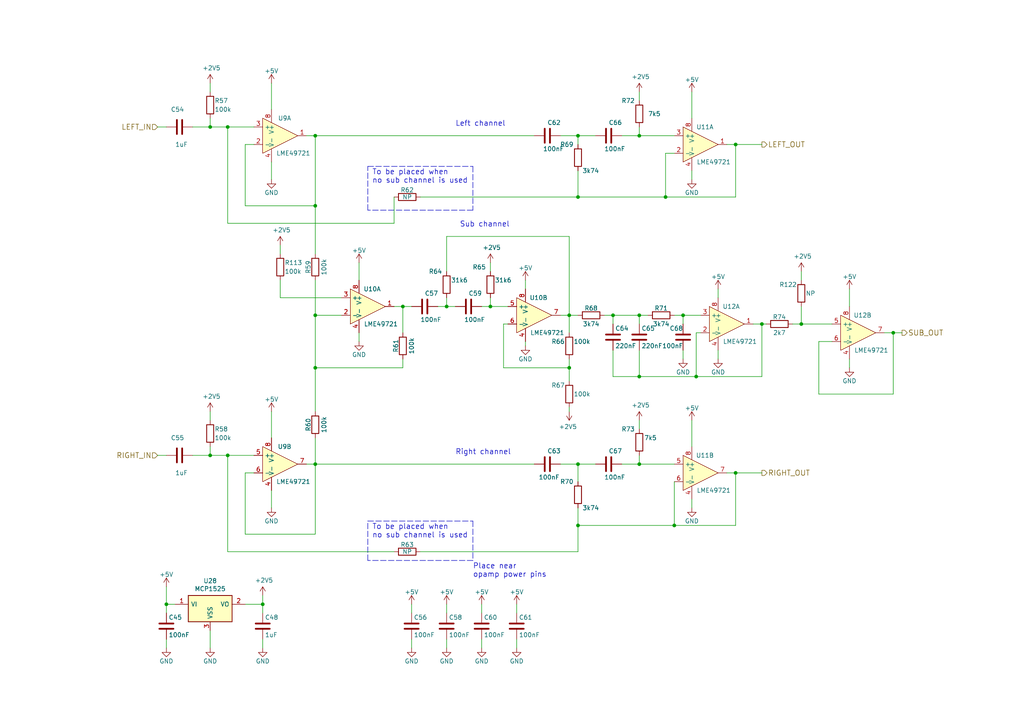
<source format=kicad_sch>
(kicad_sch (version 20211123) (generator eeschema)
  (paper "A4")
  (title_block (title "Crossover") (date "2016-05-21"))
  (lib_symbols
    (symbol "Device:C" (pin_numbers hide) (pin_names (offset 0.254))
      (property "Reference" "C" (at 0.635 2.54 0))
      (property "Value" "C" (at 0.635 -2.54 0))
      (symbol "C_0_1"
        (polyline (pts (xy -2.032 -0.762) (xy 2.032 -0.762)) (stroke (width 0.508)))
        (polyline (pts (xy -2.032 0.762) (xy 2.032 0.762)) (stroke (width 0.508)))
      )
      (symbol "C_1_1"
        (pin passive line (at 0 3.81 270) (length 2.794) (name "~") (number "1"))
        (pin passive line (at 0 -3.81 90) (length 2.794) (name "~") (number "2"))
      )
    )
    (symbol "Device:R" (pin_numbers hide) (pin_names (offset 0))
      (property "Reference" "R" (at 2.032 0 90))
      (property "Value" "R" (at 0 0 90))
      (symbol "R_0_1"
        (rectangle (start -1.016 -2.54) (end 1.016 2.54) (stroke (width 0.254)))
      )
      (symbol "R_1_1"
        (pin passive line (at 0 3.81 270) (length 1.27) (name "~") (number "1"))
        (pin passive line (at 0 -3.81 90) (length 1.27) (name "~") (number "2"))
      )
    )
    (symbol "Mainboard-rescue:+2V5-power" (power) (pin_names (offset 0))
      (property "Value" "+2V5-power" (at 0 3.556 0))
      (symbol "+2V5-power_0_1"
        (polyline (pts (xy -0.762 1.27) (xy 0 2.54)))
        (polyline (pts (xy 0 0) (xy 0 2.54)))
        (polyline (pts (xy 0 2.54) (xy 0.762 1.27)))
      )
      (symbol "+2V5-power_1_1"
        (pin power_in line (at 0 0 90) (length 0) hide (name "+2V5") (number "1"))
      )
    )
    (symbol "Mainboard-rescue:+5V-power" (power) (pin_names (offset 0))
      (property "Value" "+5V-power" (at 0 3.556 0))
      (symbol "+5V-power_0_1"
        (polyline (pts (xy -0.762 1.27) (xy 0 2.54)))
        (polyline (pts (xy 0 0) (xy 0 2.54)))
        (polyline (pts (xy 0 2.54) (xy 0.762 1.27)))
      )
      (symbol "+5V-power_1_1"
        (pin power_in line (at 0 0 90) (length 0) hide (name "+5V") (number "1"))
      )
    )
    (symbol "Mainboard-rescue:GND-power" (power) (pin_names (offset 0))
      (property "Value" "GND-power" (at 0 -3.81 0))
      (symbol "GND-power_0_1"
        (polyline (pts (xy 0 0) (xy 0 -1.27) (xy 1.27 -1.27) (xy 0 -2.54) (xy -1.27 -1.27) (xy 0 -1.27)))
      )
      (symbol "GND-power_1_1"
        (pin power_in line (at 0 0 270) (length 0) hide (name "GND") (number "1"))
      )
    )
    (symbol "Mainboard:LME49721"
      (property "Reference" "U" (at 1.27 5.08 0))
      (property "Value" "LME49721" (at 3.81 -5.08 0))
      (symbol "LME49721_0_1"
        (polyline (pts (xy -5.08 5.08) (xy 5.08 0) (xy -5.08 -5.08) (xy -5.08 5.08)) (stroke (width 0.1524)) (fill (type background)))
        (pin power_in line (at -2.54 -7.62 90) (length 3.81) (name "V-") (number "4"))
        (pin power_in line (at -2.54 7.62 270) (length 3.81) (name "V+") (number "8"))
      )
      (symbol "LME49721_1_1"
        (pin output line (at 7.62 0 180) (length 2.54) (name "~") (number "1"))
        (pin input line (at -7.62 -2.54 0) (length 2.54) (name "-") (number "2"))
        (pin input line (at -7.62 2.54 0) (length 2.54) (name "+") (number "3"))
      )
      (symbol "LME49721_2_1"
        (pin input line (at -7.62 2.54 0) (length 2.54) (name "+") (number "5"))
        (pin input line (at -7.62 -2.54 0) (length 2.54) (name "-") (number "6"))
        (pin output line (at 7.62 0 180) (length 2.54) (name "~") (number "7"))
      )
    )
    (symbol "Mainboard:MCP1525" (pin_names (offset 0.762))
      (property "Reference" "U" (at 0 6.35 0))
      (property "Value" "MCP1525" (at 0 5.08 0))
      (symbol "MCP1525_0_1"
        (rectangle (start -6.35 -3.81) (end 6.35 3.81) (stroke (width 0.254)) (fill (type background)))
      )
      (symbol "MCP1525_1_1"
        (pin power_in line (at -10.16 1.27 0) (length 3.81) (name "VI") (number "1"))
        (pin power_out line (at 10.16 1.27 180) (length 3.81) (name "VO") (number "2"))
        (pin power_in line (at 0 -6.35 90) (length 2.54) (name "VSS") (number "3"))
      )
    )
  )
  (junction (at 185.42 91.44))
  (junction (at 76.2 175.26))
  (junction (at 198.12 91.44))
  (junction (at 185.42 39.37))
  (junction (at 91.44 59.69))
  (junction (at 48.26 175.26))
  (junction (at 91.44 91.44))
  (junction (at 193.04 57.15))
  (junction (at 116.84 88.9))
  (junction (at 165.1 106.68))
  (junction (at 213.36 41.91))
  (junction (at 259.08 96.52))
  (junction (at 220.98 93.98))
  (junction (at 167.64 39.37))
  (junction (at 165.1 91.44))
  (junction (at 91.44 106.68))
  (junction (at 167.64 134.62))
  (junction (at 201.93 109.22))
  (junction (at 66.04 36.83))
  (junction (at 167.64 57.15))
  (junction (at 185.42 134.62))
  (junction (at 66.04 132.08))
  (junction (at 129.54 88.9))
  (junction (at 195.58 152.4))
  (junction (at 213.36 137.16))
  (junction (at 185.42 109.22))
  (junction (at 177.8 91.44))
  (junction (at 91.44 134.62))
  (junction (at 232.41 93.98))
  (junction (at 142.24 88.9))
  (junction (at 91.44 39.37))
  (junction (at 60.96 36.83))
  (junction (at 60.96 132.08))
  (junction (at 167.64 152.4))
  (wire (pts (xy 48.26 175.26) (xy 48.26 177.8)))
  (wire (pts (xy 76.2 185.42) (xy 76.2 187.96)))
  (wire (pts (xy 91.44 59.69) (xy 91.44 73.66)))
  (polyline (pts (xy 106.68 162.56) (xy 106.68 151.13)))
  (wire (pts (xy 60.96 132.08) (xy 66.04 132.08)))
  (wire (pts (xy 201.93 109.22) (xy 201.93 96.52)))
  (wire (pts (xy 167.64 57.15) (xy 167.64 49.53)))
  (wire (pts (xy 76.2 172.72) (xy 76.2 175.26)))
  (wire (pts (xy 71.12 137.16) (xy 73.66 137.16)))
  (wire (pts (xy 167.64 152.4) (xy 167.64 160.02)))
  (wire (pts (xy 146.05 106.68) (xy 146.05 93.98)))
  (wire (pts (xy 78.74 24.13) (xy 78.74 31.75)))
  (wire (pts (xy 60.96 129.54) (xy 60.96 132.08)))
  (wire (pts (xy 142.24 76.2) (xy 142.24 78.74)))
  (wire (pts (xy 201.93 96.52) (xy 203.2 96.52)))
  (wire (pts (xy 139.7 175.26) (xy 139.7 177.8)))
  (wire (pts (xy 71.12 59.69) (xy 71.12 41.91)))
  (wire (pts (xy 198.12 101.6) (xy 198.12 104.14)))
  (wire (pts (xy 142.24 88.9) (xy 147.32 88.9)))
  (wire (pts (xy 78.74 142.24) (xy 78.74 147.32)))
  (wire (pts (xy 149.86 175.26) (xy 149.86 177.8)))
  (wire (pts (xy 66.04 132.08) (xy 66.04 160.02)))
  (wire (pts (xy 185.42 91.44) (xy 185.42 93.98)))
  (wire (pts (xy 48.26 170.18) (xy 48.26 175.26)))
  (wire (pts (xy 104.14 96.52) (xy 104.14 99.06)))
  (wire (pts (xy 71.12 41.91) (xy 73.66 41.91)))
  (wire (pts (xy 129.54 88.9) (xy 132.08 88.9)))
  (wire (pts (xy 60.96 119.38) (xy 60.96 121.92)))
  (wire (pts (xy 180.34 39.37) (xy 185.42 39.37)))
  (wire (pts (xy 139.7 185.42) (xy 139.7 187.96)))
  (wire (pts (xy 81.28 81.28) (xy 81.28 86.36)))
  (wire (pts (xy 91.44 91.44) (xy 91.44 106.68)))
  (wire (pts (xy 185.42 134.62) (xy 195.58 134.62)))
  (wire (pts (xy 177.8 91.44) (xy 185.42 91.44)))
  (polyline (pts (xy 106.68 48.26) (xy 137.16 48.26)))
  (wire (pts (xy 146.05 106.68) (xy 165.1 106.68)))
  (wire (pts (xy 129.54 86.36) (xy 129.54 88.9)))
  (wire (pts (xy 232.41 88.9) (xy 232.41 93.98)))
  (wire (pts (xy 66.04 36.83) (xy 66.04 64.77)))
  (wire (pts (xy 66.04 160.02) (xy 114.3 160.02)))
  (wire (pts (xy 162.56 91.44) (xy 165.1 91.44)))
  (wire (pts (xy 91.44 39.37) (xy 91.44 59.69)))
  (wire (pts (xy 60.96 36.83) (xy 66.04 36.83)))
  (wire (pts (xy 177.8 109.22) (xy 185.42 109.22)))
  (wire (pts (xy 48.26 175.26) (xy 50.8 175.26)))
  (wire (pts (xy 229.87 93.98) (xy 232.41 93.98)))
  (wire (pts (xy 162.56 134.62) (xy 167.64 134.62)))
  (wire (pts (xy 167.64 160.02) (xy 121.92 160.02)))
  (wire (pts (xy 208.28 83.82) (xy 208.28 86.36)))
  (wire (pts (xy 259.08 114.3) (xy 237.49 114.3)))
  (wire (pts (xy 152.4 81.28) (xy 152.4 83.82)))
  (wire (pts (xy 152.4 99.06) (xy 152.4 100.33)))
  (wire (pts (xy 81.28 86.36) (xy 99.06 86.36)))
  (wire (pts (xy 91.44 59.69) (xy 71.12 59.69)))
  (wire (pts (xy 185.42 91.44) (xy 187.96 91.44)))
  (wire (pts (xy 193.04 57.15) (xy 193.04 44.45)))
  (wire (pts (xy 91.44 81.28) (xy 91.44 91.44)))
  (wire (pts (xy 259.08 96.52) (xy 259.08 114.3)))
  (wire (pts (xy 167.64 41.91) (xy 167.64 39.37)))
  (wire (pts (xy 195.58 152.4) (xy 195.58 139.7)))
  (wire (pts (xy 185.42 36.83) (xy 185.42 39.37)))
  (polyline (pts (xy 137.16 60.96) (xy 106.68 60.96)))
  (wire (pts (xy 78.74 119.38) (xy 78.74 127)))
  (wire (pts (xy 91.44 39.37) (xy 154.94 39.37)))
  (wire (pts (xy 129.54 68.58) (xy 165.1 68.58)))
  (wire (pts (xy 200.66 49.53) (xy 200.66 52.07)))
  (wire (pts (xy 165.1 68.58) (xy 165.1 91.44)))
  (wire (pts (xy 185.42 26.67) (xy 185.42 29.21)))
  (wire (pts (xy 129.54 185.42) (xy 129.54 187.96)))
  (wire (pts (xy 177.8 93.98) (xy 177.8 91.44)))
  (wire (pts (xy 146.05 93.98) (xy 147.32 93.98)))
  (wire (pts (xy 91.44 91.44) (xy 99.06 91.44)))
  (wire (pts (xy 246.38 83.82) (xy 246.38 88.9)))
  (polyline (pts (xy 106.68 60.96) (xy 106.68 48.26)))
  (wire (pts (xy 213.36 137.16) (xy 220.98 137.16)))
  (wire (pts (xy 213.36 57.15) (xy 213.36 41.91)))
  (polyline (pts (xy 137.16 151.13) (xy 137.16 162.56)))
  (wire (pts (xy 237.49 99.06) (xy 241.3 99.06)))
  (wire (pts (xy 91.44 127) (xy 91.44 134.62)))
  (wire (pts (xy 193.04 44.45) (xy 195.58 44.45)))
  (wire (pts (xy 256.54 96.52) (xy 259.08 96.52)))
  (wire (pts (xy 200.66 26.67) (xy 200.66 34.29)))
  (wire (pts (xy 78.74 46.99) (xy 78.74 52.07)))
  (wire (pts (xy 177.8 109.22) (xy 177.8 101.6)))
  (wire (pts (xy 162.56 39.37) (xy 167.64 39.37)))
  (wire (pts (xy 213.36 41.91) (xy 220.98 41.91)))
  (wire (pts (xy 114.3 64.77) (xy 114.3 57.15)))
  (wire (pts (xy 167.64 134.62) (xy 172.72 134.62)))
  (wire (pts (xy 60.96 24.13) (xy 60.96 26.67)))
  (wire (pts (xy 60.96 34.29) (xy 60.96 36.83)))
  (wire (pts (xy 91.44 134.62) (xy 91.44 154.94)))
  (wire (pts (xy 60.96 182.88) (xy 60.96 187.96)))
  (wire (pts (xy 220.98 93.98) (xy 222.25 93.98)))
  (wire (pts (xy 220.98 109.22) (xy 220.98 93.98)))
  (polyline (pts (xy 137.16 48.26) (xy 137.16 60.96)))
  (wire (pts (xy 119.38 185.42) (xy 119.38 187.96)))
  (wire (pts (xy 167.64 39.37) (xy 172.72 39.37)))
  (wire (pts (xy 91.44 154.94) (xy 71.12 154.94)))
  (polyline (pts (xy 106.68 151.13) (xy 137.16 151.13)))
  (wire (pts (xy 232.41 78.74) (xy 232.41 81.28)))
  (wire (pts (xy 201.93 109.22) (xy 220.98 109.22)))
  (wire (pts (xy 165.1 106.68) (xy 165.1 110.49)))
  (wire (pts (xy 195.58 152.4) (xy 213.36 152.4)))
  (wire (pts (xy 210.82 137.16) (xy 213.36 137.16)))
  (wire (pts (xy 198.12 91.44) (xy 198.12 93.98)))
  (wire (pts (xy 129.54 175.26) (xy 129.54 177.8)))
  (wire (pts (xy 210.82 41.91) (xy 213.36 41.91)))
  (wire (pts (xy 149.86 185.42) (xy 149.86 187.96)))
  (wire (pts (xy 45.72 36.83) (xy 48.26 36.83)))
  (wire (pts (xy 167.64 139.7) (xy 167.64 134.62)))
  (wire (pts (xy 116.84 106.68) (xy 116.84 104.14)))
  (wire (pts (xy 116.84 88.9) (xy 119.38 88.9)))
  (wire (pts (xy 165.1 91.44) (xy 165.1 96.52)))
  (wire (pts (xy 142.24 86.36) (xy 142.24 88.9)))
  (wire (pts (xy 116.84 88.9) (xy 116.84 96.52)))
  (wire (pts (xy 129.54 78.74) (xy 129.54 68.58)))
  (wire (pts (xy 76.2 175.26) (xy 76.2 177.8)))
  (polyline (pts (xy 137.16 162.56) (xy 106.68 162.56)))
  (wire (pts (xy 195.58 91.44) (xy 198.12 91.44)))
  (wire (pts (xy 185.42 109.22) (xy 185.42 101.6)))
  (wire (pts (xy 114.3 88.9) (xy 116.84 88.9)))
  (wire (pts (xy 76.2 175.26) (xy 71.12 175.26)))
  (wire (pts (xy 180.34 134.62) (xy 185.42 134.62)))
  (wire (pts (xy 121.92 57.15) (xy 167.64 57.15)))
  (wire (pts (xy 208.28 101.6) (xy 208.28 104.14)))
  (wire (pts (xy 185.42 109.22) (xy 201.93 109.22)))
  (wire (pts (xy 139.7 88.9) (xy 142.24 88.9)))
  (wire (pts (xy 81.28 71.12) (xy 81.28 73.66)))
  (wire (pts (xy 104.14 76.2) (xy 104.14 81.28)))
  (wire (pts (xy 167.64 152.4) (xy 195.58 152.4)))
  (wire (pts (xy 66.04 36.83) (xy 73.66 36.83)))
  (wire (pts (xy 185.42 132.08) (xy 185.42 134.62)))
  (wire (pts (xy 55.88 132.08) (xy 60.96 132.08)))
  (wire (pts (xy 66.04 64.77) (xy 114.3 64.77)))
  (wire (pts (xy 71.12 154.94) (xy 71.12 137.16)))
  (wire (pts (xy 48.26 185.42) (xy 48.26 187.96)))
  (wire (pts (xy 259.08 96.52) (xy 261.62 96.52)))
  (wire (pts (xy 88.9 39.37) (xy 91.44 39.37)))
  (wire (pts (xy 193.04 57.15) (xy 213.36 57.15)))
  (wire (pts (xy 237.49 114.3) (xy 237.49 99.06)))
  (wire (pts (xy 165.1 91.44) (xy 167.64 91.44)))
  (wire (pts (xy 185.42 39.37) (xy 195.58 39.37)))
  (wire (pts (xy 45.72 132.08) (xy 48.26 132.08)))
  (wire (pts (xy 88.9 134.62) (xy 91.44 134.62)))
  (wire (pts (xy 91.44 134.62) (xy 154.94 134.62)))
  (wire (pts (xy 91.44 106.68) (xy 116.84 106.68)))
  (wire (pts (xy 175.26 91.44) (xy 177.8 91.44)))
  (wire (pts (xy 165.1 104.14) (xy 165.1 106.68)))
  (wire (pts (xy 165.1 118.11) (xy 165.1 119.38)))
  (wire (pts (xy 127 88.9) (xy 129.54 88.9)))
  (wire (pts (xy 91.44 106.68) (xy 91.44 119.38)))
  (wire (pts (xy 213.36 152.4) (xy 213.36 137.16)))
  (wire (pts (xy 200.66 121.92) (xy 200.66 129.54)))
  (wire (pts (xy 55.88 36.83) (xy 60.96 36.83)))
  (wire (pts (xy 185.42 121.92) (xy 185.42 124.46)))
  (wire (pts (xy 200.66 144.78) (xy 200.66 147.32)))
  (wire (pts (xy 232.41 93.98) (xy 241.3 93.98)))
  (wire (pts (xy 246.38 104.14) (xy 246.38 106.68)))
  (wire (pts (xy 167.64 147.32) (xy 167.64 152.4)))
  (wire (pts (xy 198.12 91.44) (xy 203.2 91.44)))
  (wire (pts (xy 167.64 57.15) (xy 193.04 57.15)))
  (wire (pts (xy 218.44 93.98) (xy 220.98 93.98)))
  (wire (pts (xy 119.38 175.26) (xy 119.38 177.8)))
  (wire (pts (xy 66.04 132.08) (xy 73.66 132.08)))
  (text "Place near\nopamp power pins" (at 137.16 167.64 0) (effects (font (size 1.524 1.524)) (justify left bottom)))
  (text "To be placed when\nno sub channel is used" (at 107.95 53.34 0) (effects (font (size 1.524 1.524)) (justify left bottom)))
  (text "To be placed when\nno sub channel is used" (at 107.95 156.21 0) (effects (font (size 1.524 1.524)) (justify left bottom)))
  (text "Sub channel" (at 133.35 66.04 0) (effects (font (size 1.524 1.524)) (justify left bottom)))
  (text "Right channel" (at 132.08 132.08 0) (effects (font (size 1.524 1.524)) (justify left bottom)))
  (text "Left channel" (at 132.08 36.83 0) (effects (font (size 1.524 1.524)) (justify left bottom)))
  (hierarchical_label "RIGHT_IN" (shape input) (at 45.72 132.08 180) (effects (font (size 1.524 1.524))))
  (hierarchical_label "RIGHT_OUT" (shape output) (at 220.98 137.16 0) (effects (font (size 1.524 1.524))))
  (hierarchical_label "LEFT_OUT" (shape output) (at 220.98 41.91 0) (effects (font (size 1.524 1.524))))
  (hierarchical_label "SUB_OUT" (shape output) (at 261.62 96.52 0) (effects (font (size 1.524 1.524))))
  (hierarchical_label "LEFT_IN" (shape input) (at 45.72 36.83 180) (effects (font (size 1.524 1.524))))
  (symbol (lib_id "Mainboard:LME49721") (at 210.82 93.98 0) (unit 1)
    (property "Reference" "U12" (at 212.09 88.9 0))
    (property "Value" "LME49721" (at 214.63 99.06 0))
    (property "Footprint" "Housings_SOIC:SOIC-8_3.9x4.9mm_Pitch1.27mm" (effects hide))
    (property "Manufacturer" "Texas Instruments" (effects hide))
    (property "Type" "LME49721MA/NOPB" (effects hide))
    (property "Source" "Farnell" (effects hide))
    (property "Order Number" "2496252" (effects hide))
  )
  (symbol (lib_id "Mainboard:LME49721") (at 154.94 91.44 0) (unit 2)
    (property "Reference" "U10" (at 156.21 86.36 0))
    (property "Value" "LME49721" (at 158.75 96.52 0))
    (property "Footprint" "Housings_SOIC:SOIC-8_3.9x4.9mm_Pitch1.27mm" (effects hide))
    (property "Manufacturer" "Texas Instruments" (effects hide))
    (property "Type" "LME49721MA/NOPB" (effects hide))
    (property "Source" "Farnell" (effects hide))
    (property "Order Number" "2496252" (effects hide))
  )
  (symbol (lib_id "Device:C") (at 177.8 97.79 0) (unit 1)
    (property "Reference" "C64" (at 178.435 95.25 0) (effects (justify left)))
    (property "Value" "220nF" (at 178.435 100.33 0) (effects (justify left)))
    (property "Footprint" "Capacitors_SMD:C_0603_HandSoldering" (effects hide))
    (property "Manufacturer" "Value" (effects hide))
    (property "Type" "Value" (effects hide))
    (property "Source" "Farnell" (effects hide))
    (property "Order Number" "Value" (effects hide))
  )
  (symbol (lib_id "Device:C") (at 185.42 97.79 0) (unit 1)
    (property "Reference" "C65" (at 186.055 95.25 0) (effects (justify left)))
    (property "Value" "220nF" (at 186.055 100.33 0) (effects (justify left)))
    (property "Footprint" "Capacitors_SMD:C_0603_HandSoldering" (effects hide))
    (property "Manufacturer" "Value" (effects hide))
    (property "Type" "Value" (effects hide))
    (property "Source" "Farnell" (effects hide))
    (property "Order Number" "Value" (effects hide))
  )
  (symbol (lib_id "Device:R") (at 171.45 91.44 90) (unit 1)
    (property "Reference" "R68" (at 171.45 89.408 90))
    (property "Value" "3k74" (at 171.45 93.98 90))
    (property "Footprint" "Resistors_SMD:R_0603_HandSoldering" (effects hide))
    (property "Manufacturer" "Value" (effects hide))
    (property "Type" "Value" (effects hide))
    (property "Source" "Farnell" (effects hide))
    (property "Order Number" "Value" (effects hide))
  )
  (symbol (lib_id "Mainboard:LME49721") (at 203.2 137.16 0) (unit 2)
    (property "Reference" "U11" (at 204.47 132.08 0))
    (property "Value" "LME49721" (at 207.01 142.24 0))
    (property "Footprint" "Housings_SOIC:SOIC-8_3.9x4.9mm_Pitch1.27mm" (effects hide))
    (property "Manufacturer" "Texas Instruments" (effects hide))
    (property "Type" "LME49721MA/NOPB" (effects hide))
    (property "Source" "Farnell" (effects hide))
    (property "Order Number" "2496252" (effects hide))
  )
  (symbol (lib_id "Mainboard:LME49721") (at 203.2 41.91 0) (unit 1)
    (property "Reference" "U11" (at 204.47 36.83 0))
    (property "Value" "LME49721" (at 207.01 46.99 0))
    (property "Footprint" "Housings_SOIC:SOIC-8_3.9x4.9mm_Pitch1.27mm" (effects hide))
    (property "Manufacturer" "Texas Instruments" (effects hide))
    (property "Type" "LME49721MA/NOPB" (effects hide))
    (property "Source" "Farnell" (effects hide))
    (property "Order Number" "2496252" (effects hide))
  )
  (symbol (lib_id "Device:C") (at 158.75 134.62 270) (unit 1)
    (property "Reference" "C63" (at 158.75 130.81 90) (effects (justify left)))
    (property "Value" "100nF" (at 156.21 138.43 90) (effects (justify left)))
    (property "Footprint" "Capacitors_SMD:C_0603_HandSoldering" (effects hide))
    (property "Manufacturer" "Value" (effects hide))
    (property "Type" "Value" (effects hide))
    (property "Source" "Farnell" (effects hide))
    (property "Order Number" "Value" (effects hide))
  )
  (symbol (lib_id "Device:C") (at 176.53 134.62 270) (unit 1)
    (property "Reference" "C67" (at 176.53 130.81 90) (effects (justify left)))
    (property "Value" "100nF" (at 175.26 138.43 90) (effects (justify left)))
    (property "Footprint" "Capacitors_SMD:C_0603_HandSoldering" (effects hide))
    (property "Manufacturer" "Value" (effects hide))
    (property "Type" "Value" (effects hide))
    (property "Source" "Farnell" (effects hide))
    (property "Order Number" "Value" (effects hide))
  )
  (symbol (lib_id "Device:R") (at 167.64 143.51 180) (unit 1)
    (property "Reference" "R70" (at 166.37 139.7 0) (effects (justify left)))
    (property "Value" "3k74" (at 168.91 147.32 0) (effects (justify right)))
    (property "Footprint" "Resistors_SMD:R_0603_HandSoldering" (effects hide))
    (property "Manufacturer" "Value" (effects hide))
    (property "Type" "Value" (effects hide))
    (property "Source" "Farnell" (effects hide))
    (property "Order Number" "Value" (effects hide))
  )
  (symbol (lib_id "Device:R") (at 185.42 128.27 180) (unit 1)
    (property "Reference" "R73" (at 184.15 124.46 0) (effects (justify left)))
    (property "Value" "7k5" (at 190.5 127 0) (effects (justify left)))
    (property "Footprint" "Resistors_SMD:R_0603_HandSoldering" (effects hide))
    (property "Manufacturer" "Value" (effects hide))
    (property "Type" "Value" (effects hide))
    (property "Source" "Farnell" (effects hide))
    (property "Order Number" "Value" (effects hide))
  )
  (symbol (lib_id "Device:C") (at 158.75 39.37 270) (unit 1)
    (property "Reference" "C62" (at 158.75 35.56 90) (effects (justify left)))
    (property "Value" "100nF" (at 157.48 43.18 90) (effects (justify left)))
    (property "Footprint" "Capacitors_SMD:C_0603_HandSoldering" (effects hide))
    (property "Manufacturer" "Value" (effects hide))
    (property "Type" "Value" (effects hide))
    (property "Source" "Farnell" (effects hide))
    (property "Order Number" "Value" (effects hide))
  )
  (symbol (lib_id "Device:C") (at 176.53 39.37 270) (unit 1)
    (property "Reference" "C66" (at 176.53 35.56 90) (effects (justify left)))
    (property "Value" "100nF" (at 175.26 43.18 90) (effects (justify left)))
    (property "Footprint" "Capacitors_SMD:C_0603_HandSoldering" (effects hide))
    (property "Manufacturer" "Value" (effects hide))
    (property "Type" "Value" (effects hide))
    (property "Source" "Farnell" (effects hide))
    (property "Order Number" "Value" (effects hide))
  )
  (symbol (lib_id "Device:R") (at 167.64 45.72 180) (unit 1)
    (property "Reference" "R69" (at 166.37 41.91 0) (effects (justify left)))
    (property "Value" "3k74" (at 168.91 49.53 0) (effects (justify right)))
    (property "Footprint" "Resistors_SMD:R_0603_HandSoldering" (effects hide))
    (property "Manufacturer" "Value" (effects hide))
    (property "Type" "Value" (effects hide))
    (property "Source" "Farnell" (effects hide))
    (property "Order Number" "Value" (effects hide))
  )
  (symbol (lib_id "Device:R") (at 185.42 33.02 180) (unit 1)
    (property "Reference" "R72" (at 184.15 29.21 0) (effects (justify left)))
    (property "Value" "7k5" (at 187.96 33.02 0) (effects (justify right)))
    (property "Footprint" "Resistors_SMD:R_0603_HandSoldering" (effects hide))
  )
  (symbol (lib_id "Device:C") (at 198.12 97.79 0) (unit 1)
    (property "Reference" "C68" (at 198.12 95.25 0) (effects (justify right)))
    (property "Value" "100nF" (at 198.12 100.33 0) (effects (justify right)))
    (property "Footprint" "Capacitors_SMD:C_0603_HandSoldering" (effects hide))
    (property "Manufacturer" "Value" (effects hide))
    (property "Type" "Value" (effects hide))
    (property "Source" "Farnell" (effects hide))
    (property "Order Number" "Value" (effects hide))
  )
  (symbol (lib_id "Device:R") (at 191.77 91.44 90) (unit 1)
    (property "Reference" "R71" (at 191.77 89.408 90))
    (property "Value" "3k74" (at 191.77 93.98 90))
    (property "Footprint" "Resistors_SMD:R_0603_HandSoldering" (effects hide))
    (property "Manufacturer" "Value" (effects hide))
    (property "Type" "Value" (effects hide))
    (property "Source" "Farnell" (effects hide))
    (property "Order Number" "Value" (effects hide))
  )
  (symbol (lib_id "Mainboard:LME49721") (at 81.28 39.37 0) (unit 1)
    (property "Reference" "U9" (at 82.55 34.29 0))
    (property "Value" "LME49721" (at 85.09 44.45 0))
    (property "Footprint" "Housings_SOIC:SOIC-8_3.9x4.9mm_Pitch1.27mm" (effects hide))
    (property "Manufacturer" "Texas Instruments" (effects hide))
    (property "Type" "LME49721MA/NOPB" (effects hide))
    (property "Source" "Farnell" (effects hide))
    (property "Order Number" "2496252" (effects hide))
  )
  (symbol (lib_id "Mainboard:LME49721") (at 81.28 134.62 0) (unit 2)
    (property "Reference" "U9" (at 82.55 129.54 0))
    (property "Value" "LME49721" (at 85.09 139.7 0))
    (property "Footprint" "Housings_SOIC:SOIC-8_3.9x4.9mm_Pitch1.27mm" (effects hide))
    (property "Manufacturer" "Texas Instruments" (effects hide))
    (property "Type" "LME49721MA/NOPB" (effects hide))
    (property "Source" "Farnell" (effects hide))
    (property "Order Number" "2496252" (effects hide))
  )
  (symbol (lib_id "Mainboard:LME49721") (at 106.68 88.9 0) (unit 1)
    (property "Reference" "U10" (at 107.95 83.82 0))
    (property "Value" "LME49721" (at 110.49 93.98 0))
    (property "Footprint" "Housings_SOIC:SOIC-8_3.9x4.9mm_Pitch1.27mm" (effects hide))
    (property "Manufacturer" "Texas Instruments" (effects hide))
    (property "Type" "LME49721MA/NOPB" (effects hide))
    (property "Source" "Farnell" (effects hide))
    (property "Order Number" "2496252" (effects hide))
  )
  (symbol (lib_id "Mainboard:LME49721") (at 248.92 96.52 0) (unit 2)
    (property "Reference" "U12" (at 250.19 91.44 0))
    (property "Value" "LME49721" (at 252.73 101.6 0))
    (property "Footprint" "Housings_SOIC:SOIC-8_3.9x4.9mm_Pitch1.27mm" (effects hide))
    (property "Manufacturer" "Texas Instruments" (effects hide))
    (property "Type" "LME49721MA/NOPB" (effects hide))
    (property "Source" "Farnell" (effects hide))
    (property "Order Number" "2496252" (effects hide))
  )
  (symbol (lib_id "Device:R") (at 165.1 100.33 180) (unit 1)
    (property "Reference" "R66" (at 163.83 99.06 0) (effects (justify left)))
    (property "Value" "100k" (at 166.37 99.06 0) (effects (justify right)))
    (property "Footprint" "Resistors_SMD:R_0603_HandSoldering" (effects hide))
  )
  (symbol (lib_id "Device:C") (at 52.07 36.83 270) (unit 1)
    (property "Reference" "C54" (at 49.53 31.75 90) (effects (justify left)))
    (property "Value" "1uF" (at 50.8 41.91 90) (effects (justify left)))
    (property "Footprint" "Capacitors_SMD:C_0603_HandSoldering" (effects hide))
    (property "Manufacturer" "Value" (effects hide))
    (property "Type" "Value" (effects hide))
    (property "Source" "Farnell" (effects hide))
    (property "Order Number" "Value" (effects hide))
  )
  (symbol (lib_id "Device:R") (at 165.1 114.3 180) (unit 1)
    (property "Reference" "R67" (at 163.83 111.76 0) (effects (justify left)))
    (property "Value" "100k" (at 166.37 114.3 0) (effects (justify right)))
    (property "Footprint" "Resistors_SMD:R_0603_HandSoldering" (effects hide))
  )
  (symbol (lib_id "Device:C") (at 52.07 132.08 270) (unit 1)
    (property "Reference" "C55" (at 49.53 127 90) (effects (justify left)))
    (property "Value" "1uF" (at 50.8 137.16 90) (effects (justify left)))
    (property "Footprint" "Capacitors_SMD:C_0603_HandSoldering" (effects hide))
    (property "Manufacturer" "Value" (effects hide))
    (property "Type" "Value" (effects hide))
    (property "Source" "Farnell" (effects hide))
    (property "Order Number" "Value" (effects hide))
  )
  (symbol (lib_id "Mainboard-rescue:GND-power") (at 200.66 52.07 0) (unit 1)
    (property "Reference" "#PWR095" (effects hide))
    (property "Value" "GND" (at 200.66 55.88 0))
  )
  (symbol (lib_id "Mainboard-rescue:GND-power") (at 208.28 104.14 0) (unit 1)
    (property "Reference" "#PWR096" (effects hide))
    (property "Value" "GND" (at 208.28 107.95 0))
  )
  (symbol (lib_id "Mainboard-rescue:GND-power") (at 200.66 147.32 0) (unit 1)
    (property "Reference" "#PWR097" (effects hide))
    (property "Value" "GND" (at 200.66 151.13 0))
  )
  (symbol (lib_id "Mainboard-rescue:GND-power") (at 152.4 100.33 0) (unit 1)
    (property "Reference" "#PWR098" (effects hide))
    (property "Value" "GND" (at 152.4 104.14 0))
  )
  (symbol (lib_id "Device:R") (at 142.24 82.55 180) (unit 1)
    (property "Reference" "R65" (at 140.97 77.47 0) (effects (justify left)))
    (property "Value" "31k6" (at 143.51 81.28 0) (effects (justify right)))
    (property "Footprint" "Resistors_SMD:R_0603_HandSoldering" (effects hide))
    (property "Manufacturer" "Value" (effects hide))
    (property "Type" "Value" (effects hide))
    (property "Source" "Farnell" (effects hide))
    (property "Order Number" "Value" (effects hide))
  )
  (symbol (lib_id "Device:R") (at 129.54 82.55 180) (unit 1)
    (property "Reference" "R64" (at 128.27 78.74 0) (effects (justify left)))
    (property "Value" "31k6" (at 130.81 81.28 0) (effects (justify right)))
    (property "Footprint" "Resistors_SMD:R_0603_HandSoldering" (effects hide))
    (property "Manufacturer" "Value" (effects hide))
    (property "Type" "Value" (effects hide))
    (property "Source" "Farnell" (effects hide))
    (property "Order Number" "Value" (effects hide))
  )
  (symbol (lib_id "Device:C") (at 135.89 88.9 270) (unit 1)
    (property "Reference" "C59" (at 135.89 85.09 90) (effects (justify left)))
    (property "Value" "100nF" (at 134.62 92.71 90) (effects (justify left)))
    (property "Footprint" "Capacitors_SMD:C_0603_HandSoldering" (effects hide))
    (property "Manufacturer" "Value" (effects hide))
    (property "Type" "Value" (effects hide))
    (property "Source" "Farnell" (effects hide))
    (property "Order Number" "Value" (effects hide))
  )
  (symbol (lib_id "Device:C") (at 123.19 88.9 270) (unit 1)
    (property "Reference" "C57" (at 123.19 85.09 90) (effects (justify left)))
    (property "Value" "100nF" (at 121.92 92.71 90) (effects (justify left)))
    (property "Footprint" "Capacitors_SMD:C_0603_HandSoldering" (effects hide))
    (property "Manufacturer" "Value" (effects hide))
    (property "Type" "Value" (effects hide))
    (property "Source" "Farnell" (effects hide))
    (property "Order Number" "Value" (effects hide))
  )
  (symbol (lib_id "Mainboard-rescue:GND-power") (at 104.14 99.06 0) (unit 1)
    (property "Reference" "#PWR099" (effects hide))
    (property "Value" "GND" (at 104.14 102.87 0))
  )
  (symbol (lib_id "Device:R") (at 91.44 77.47 180) (unit 1)
    (property "Reference" "R59" (at 89.408 77.47 90))
    (property "Value" "100k" (at 93.98 77.47 90))
    (property "Footprint" "Resistors_SMD:R_0603_HandSoldering" (effects hide))
  )
  (symbol (lib_id "Device:R") (at 91.44 123.19 180) (unit 1)
    (property "Reference" "R60" (at 89.408 123.19 90))
    (property "Value" "100k" (at 93.98 123.19 90))
    (property "Footprint" "Resistors_SMD:R_0603_HandSoldering" (effects hide))
  )
  (symbol (lib_id "Mainboard-rescue:GND-power") (at 78.74 52.07 0) (unit 1)
    (property "Reference" "#PWR0100" (effects hide))
    (property "Value" "GND" (at 78.74 55.88 0))
  )
  (symbol (lib_id "Mainboard-rescue:GND-power") (at 78.74 147.32 0) (unit 1)
    (property "Reference" "#PWR0101" (effects hide))
    (property "Value" "GND" (at 78.74 151.13 0))
  )
  (symbol (lib_id "Device:R") (at 60.96 30.48 180) (unit 1)
    (property "Reference" "R57" (at 62.23 29.21 0) (effects (justify right)))
    (property "Value" "100k" (at 62.23 31.75 0) (effects (justify right)))
    (property "Footprint" "Resistors_SMD:R_0603_HandSoldering" (effects hide))
  )
  (symbol (lib_id "Device:R") (at 60.96 125.73 180) (unit 1)
    (property "Reference" "R58" (at 62.23 124.46 0) (effects (justify right)))
    (property "Value" "100k" (at 62.23 127 0) (effects (justify right)))
    (property "Footprint" "Resistors_SMD:R_0603_HandSoldering" (effects hide))
  )
  (symbol (lib_id "Device:R") (at 116.84 100.33 180) (unit 1)
    (property "Reference" "R61" (at 114.808 100.33 90))
    (property "Value" "100k" (at 119.38 100.33 90))
    (property "Footprint" "Resistors_SMD:R_0603_HandSoldering" (effects hide))
  )
  (symbol (lib_id "Mainboard-rescue:+5V-power") (at 200.66 26.67 0) (unit 1)
    (property "Reference" "#PWR0102" (effects hide))
    (property "Value" "+5V" (at 200.66 23.114 0))
  )
  (symbol (lib_id "Mainboard-rescue:+5V-power") (at 208.28 83.82 0) (unit 1)
    (property "Reference" "#PWR0103" (effects hide))
    (property "Value" "+5V" (at 208.28 80.264 0))
  )
  (symbol (lib_id "Mainboard-rescue:+5V-power") (at 104.14 76.2 0) (unit 1)
    (property "Reference" "#PWR0104" (effects hide))
    (property "Value" "+5V" (at 104.14 72.644 0))
  )
  (symbol (lib_id "Mainboard-rescue:+5V-power") (at 152.4 81.28 0) (unit 1)
    (property "Reference" "#PWR0105" (effects hide))
    (property "Value" "+5V" (at 152.4 77.724 0))
  )
  (symbol (lib_id "Mainboard-rescue:+5V-power") (at 78.74 119.38 0) (unit 1)
    (property "Reference" "#PWR0106" (effects hide))
    (property "Value" "+5V" (at 78.74 115.824 0))
  )
  (symbol (lib_id "Mainboard-rescue:+5V-power") (at 200.66 121.92 0) (unit 1)
    (property "Reference" "#PWR0107" (effects hide))
    (property "Value" "+5V" (at 200.66 118.364 0))
  )
  (symbol (lib_id "Mainboard-rescue:GND-power") (at 246.38 106.68 0) (unit 1)
    (property "Reference" "#PWR0108" (effects hide))
    (property "Value" "GND" (at 246.38 110.49 0))
  )
  (symbol (lib_id "Mainboard-rescue:GND-power") (at 139.7 187.96 0) (unit 1)
    (property "Reference" "#PWR0109" (effects hide))
    (property "Value" "GND" (at 139.7 191.77 0))
  )
  (symbol (lib_id "Device:C") (at 139.7 181.61 0) (unit 1)
    (property "Reference" "C60" (at 140.335 179.07 0) (effects (justify left)))
    (property "Value" "100nF" (at 140.335 184.15 0) (effects (justify left)))
    (property "Footprint" "Capacitors_SMD:C_0603_HandSoldering" (effects hide))
    (property "Manufacturer" "Value" (effects hide))
    (property "Type" "Value" (effects hide))
    (property "Source" "Farnell" (effects hide))
    (property "Order Number" "Value" (effects hide))
  )
  (symbol (lib_id "Mainboard-rescue:GND-power") (at 149.86 187.96 0) (unit 1)
    (property "Reference" "#PWR0110" (effects hide))
    (property "Value" "GND" (at 149.86 191.77 0))
  )
  (symbol (lib_id "Device:C") (at 149.86 181.61 0) (unit 1)
    (property "Reference" "C61" (at 150.495 179.07 0) (effects (justify left)))
    (property "Value" "100nF" (at 150.495 184.15 0) (effects (justify left)))
    (property "Footprint" "Capacitors_SMD:C_0603_HandSoldering" (effects hide))
    (property "Manufacturer" "Value" (effects hide))
    (property "Type" "Value" (effects hide))
    (property "Source" "Farnell" (effects hide))
    (property "Order Number" "Value" (effects hide))
  )
  (symbol (lib_id "Device:R") (at 118.11 160.02 90) (unit 1)
    (property "Reference" "R63" (at 118.11 157.988 90))
    (property "Value" "NP" (at 118.11 160.02 90))
    (property "Footprint" "Resistors_SMD:R_0603_HandSoldering" (effects hide))
  )
  (symbol (lib_id "Device:R") (at 118.11 57.15 90) (unit 1)
    (property "Reference" "R62" (at 118.11 55.118 90))
    (property "Value" "NP" (at 118.11 57.15 90))
    (property "Footprint" "Resistors_SMD:R_0603_HandSoldering" (effects hide))
  )
  (symbol (lib_id "Device:R") (at 226.06 93.98 90) (unit 1)
    (property "Reference" "R74" (at 226.06 91.948 90))
    (property "Value" "2k7" (at 226.06 96.52 90))
    (property "Footprint" "Resistors_SMD:R_0603_HandSoldering" (effects hide))
    (property "Manufacturer" "Value" (effects hide))
    (property "Type" "Value" (effects hide))
    (property "Source" "Farnell" (effects hide))
    (property "Order Number" "Value" (effects hide))
  )
  (symbol (lib_id "Mainboard-rescue:+5V-power") (at 78.74 24.13 0) (unit 1)
    (property "Reference" "#PWR0111" (effects hide))
    (property "Value" "+5V" (at 78.74 20.574 0))
  )
  (symbol (lib_id "Mainboard-rescue:+5V-power") (at 246.38 83.82 0) (unit 1)
    (property "Reference" "#PWR0112" (effects hide))
    (property "Value" "+5V" (at 246.38 80.264 0))
  )
  (symbol (lib_id "Mainboard-rescue:+5V-power") (at 139.7 175.26 0) (unit 1)
    (property "Reference" "#PWR0113" (effects hide))
    (property "Value" "+5V" (at 139.7 171.704 0))
  )
  (symbol (lib_id "Mainboard-rescue:+5V-power") (at 149.86 175.26 0) (unit 1)
    (property "Reference" "#PWR0114" (effects hide))
    (property "Value" "+5V" (at 149.86 171.704 0))
  )
  (symbol (lib_id "Mainboard-rescue:GND-power") (at 129.54 187.96 0) (unit 1)
    (property "Reference" "#PWR0115" (effects hide))
    (property "Value" "GND" (at 129.54 191.77 0))
  )
  (symbol (lib_id "Device:C") (at 129.54 181.61 0) (unit 1)
    (property "Reference" "C58" (at 130.175 179.07 0) (effects (justify left)))
    (property "Value" "100nF" (at 130.175 184.15 0) (effects (justify left)))
    (property "Footprint" "Capacitors_SMD:C_0603_HandSoldering" (effects hide))
    (property "Manufacturer" "Value" (effects hide))
    (property "Type" "Value" (effects hide))
    (property "Source" "Farnell" (effects hide))
    (property "Order Number" "Value" (effects hide))
  )
  (symbol (lib_id "Mainboard-rescue:+5V-power") (at 129.54 175.26 0) (unit 1)
    (property "Reference" "#PWR0116" (effects hide))
    (property "Value" "+5V" (at 129.54 171.704 0))
  )
  (symbol (lib_id "Mainboard-rescue:GND-power") (at 119.38 187.96 0) (unit 1)
    (property "Reference" "#PWR0117" (effects hide))
    (property "Value" "GND" (at 119.38 191.77 0))
  )
  (symbol (lib_id "Device:C") (at 119.38 181.61 0) (unit 1)
    (property "Reference" "C56" (at 120.015 179.07 0) (effects (justify left)))
    (property "Value" "100nF" (at 120.015 184.15 0) (effects (justify left)))
    (property "Footprint" "Capacitors_SMD:C_0603_HandSoldering" (effects hide))
    (property "Manufacturer" "Value" (effects hide))
    (property "Type" "Value" (effects hide))
    (property "Source" "Farnell" (effects hide))
    (property "Order Number" "Value" (effects hide))
  )
  (symbol (lib_id "Mainboard-rescue:+5V-power") (at 119.38 175.26 0) (unit 1)
    (property "Reference" "#PWR0118" (effects hide))
    (property "Value" "+5V" (at 119.38 171.704 0))
  )
  (symbol (lib_id "Mainboard-rescue:GND-power") (at 198.12 104.14 0) (unit 1)
    (property "Reference" "#PWR0119" (effects hide))
    (property "Value" "GND" (at 198.12 107.95 0))
  )
  (symbol (lib_id "Device:R") (at 81.28 77.47 180) (unit 1)
    (property "Reference" "R113" (at 82.55 76.2 0) (effects (justify right)))
    (property "Value" "100k" (at 82.55 78.74 0) (effects (justify right)))
    (property "Footprint" "Resistors_SMD:R_0603_HandSoldering" (effects hide))
  )
  (symbol (lib_id "Device:R") (at 232.41 85.09 180) (unit 1)
    (property "Reference" "R122" (at 231.14 82.55 0) (effects (justify left)))
    (property "Value" "NP" (at 233.68 85.09 0) (effects (justify right)))
    (property "Footprint" "Resistors_SMD:R_0603_HandSoldering" (effects hide))
  )
  (symbol (lib_id "Mainboard:MCP1525") (at 60.96 176.53 0) (unit 1)
    (property "Reference" "U28" (at 60.96 168.4782 0))
    (property "Value" "MCP1525" (at 60.96 170.7896 0))
    (property "Footprint" "TO_SOT_Packages_SMD:SOT-23_Handsoldering" (effects hide))
    (property "Manufacturer" "Microchip" (effects hide))
    (property "Type" "MCP1525T-I/TT" (effects hide))
    (property "Source" "Farnell" (effects hide))
    (property "Order Number" "9758500" (effects hide))
  )
  (symbol (lib_id "Mainboard-rescue:GND-power") (at 60.96 187.96 0) (unit 1)
    (property "Reference" "#PWR0120" (effects hide))
    (property "Value" "GND" (at 60.96 191.77 0))
  )
  (symbol (lib_id "Mainboard-rescue:+5V-power") (at 48.26 170.18 0) (unit 1)
    (property "Reference" "#PWR0121" (effects hide))
    (property "Value" "+5V" (at 48.26 166.624 0))
  )
  (symbol (lib_id "Mainboard-rescue:+2V5-power") (at 76.2 172.72 0) (unit 1)
    (property "Reference" "#PWR0122" (effects hide))
    (property "Value" "+2V5" (at 76.581 168.3258 0))
  )
  (symbol (lib_id "Device:C") (at 48.26 181.61 0) (unit 1)
    (property "Reference" "C45" (at 48.895 179.07 0) (effects (justify left)))
    (property "Value" "100nF" (at 48.895 184.15 0) (effects (justify left)))
    (property "Footprint" "Capacitors_SMD:C_0603_HandSoldering" (effects hide))
  )
  (symbol (lib_id "Device:C") (at 76.2 181.61 0) (unit 1)
    (property "Reference" "C48" (at 76.835 179.07 0) (effects (justify left)))
    (property "Value" "1uF" (at 76.835 184.15 0) (effects (justify left)))
    (property "Footprint" "Capacitors_SMD:C_0603_HandSoldering" (effects hide))
  )
  (symbol (lib_id "Mainboard-rescue:GND-power") (at 48.26 187.96 0) (unit 1)
    (property "Reference" "#PWR0123" (effects hide))
    (property "Value" "GND" (at 48.26 191.77 0))
  )
  (symbol (lib_id "Mainboard-rescue:GND-power") (at 76.2 187.96 0) (unit 1)
    (property "Reference" "#PWR0124" (effects hide))
    (property "Value" "GND" (at 76.2 191.77 0))
  )
  (symbol (lib_id "Mainboard-rescue:+2V5-power") (at 60.96 119.38 0) (unit 1)
    (property "Reference" "#PWR0125" (effects hide))
    (property "Value" "+2V5" (at 61.341 114.9858 0))
  )
  (symbol (lib_id "Mainboard-rescue:+2V5-power") (at 185.42 121.92 0) (unit 1)
    (property "Reference" "#PWR0126" (effects hide))
    (property "Value" "+2V5" (at 185.801 117.5258 0))
  )
  (symbol (lib_id "Mainboard-rescue:+2V5-power") (at 60.96 24.13 0) (unit 1)
    (property "Reference" "#PWR0127" (effects hide))
    (property "Value" "+2V5" (at 61.341 19.7358 0))
  )
  (symbol (lib_id "Mainboard-rescue:+2V5-power") (at 185.42 26.67 0) (unit 1)
    (property "Reference" "#PWR0128" (effects hide))
    (property "Value" "+2V5" (at 185.801 22.2758 0))
  )
  (symbol (lib_id "Mainboard-rescue:+2V5-power") (at 81.28 71.12 0) (unit 1)
    (property "Reference" "#PWR0129" (effects hide))
    (property "Value" "+2V5" (at 81.661 66.7258 0))
  )
  (symbol (lib_id "Mainboard-rescue:+2V5-power") (at 142.24 76.2 0) (unit 1)
    (property "Reference" "#PWR0130" (effects hide))
    (property "Value" "+2V5" (at 142.621 71.8058 0))
  )
  (symbol (lib_id "Mainboard-rescue:+2V5-power") (at 165.1 119.38 180) (unit 1)
    (property "Reference" "#PWR0131" (effects hide))
    (property "Value" "+2V5" (at 164.719 123.7742 0))
  )
  (symbol (lib_id "Mainboard-rescue:+2V5-power") (at 232.41 78.74 0) (unit 1)
    (property "Reference" "#PWR0132" (effects hide))
    (property "Value" "+2V5" (at 232.791 74.3458 0))
  )
)
</source>
